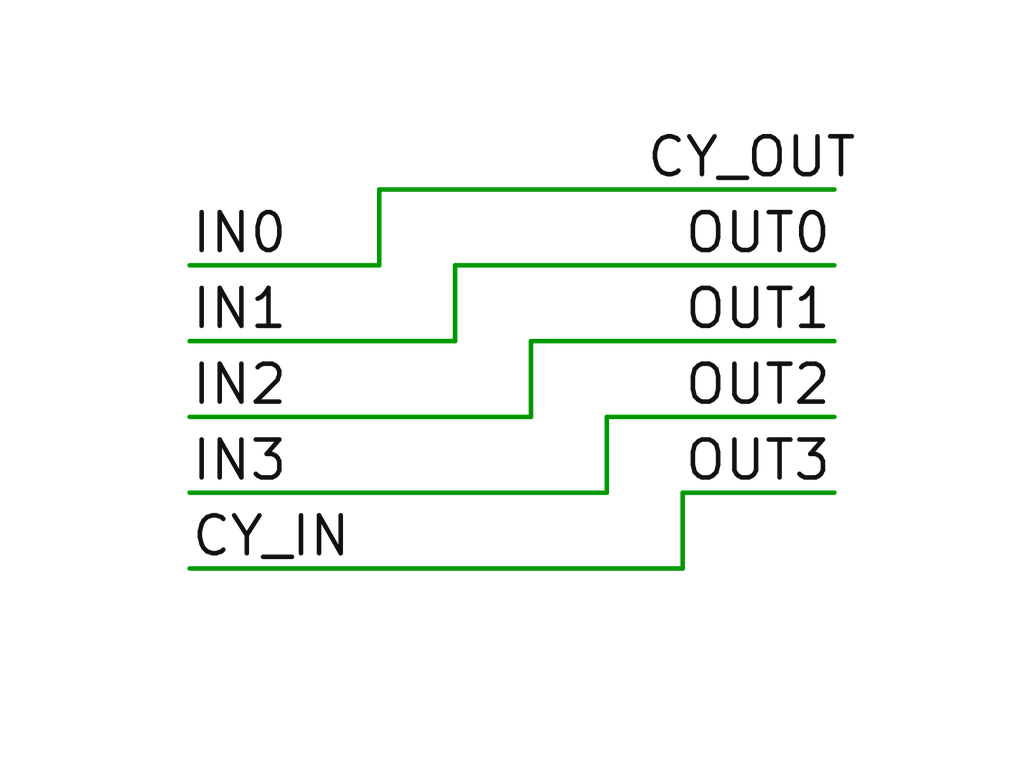
<source format=kicad_sch>
(kicad_sch
	(version 20250114)
	(generator "eeschema")
	(generator_version "9.0")
	(uuid "fe81cf51-578b-43e7-a844-9eeee008682e")
	(paper "User" 34.29 25.4)
	(lib_symbols)
	(wire
		(pts
			(xy 15.24 8.89) (xy 27.94 8.89)
		)
		(stroke
			(width 0)
			(type default)
		)
		(uuid "0b214b42-33bf-4bfd-8b35-aeaf3eaf60b7")
	)
	(wire
		(pts
			(xy 6.35 19.05) (xy 22.86 19.05)
		)
		(stroke
			(width 0)
			(type default)
		)
		(uuid "0c62fc4e-b5ac-4ad5-b63c-c9b85ee3ac25")
	)
	(wire
		(pts
			(xy 20.32 16.51) (xy 20.32 13.97)
		)
		(stroke
			(width 0)
			(type default)
		)
		(uuid "4643726f-64ec-4168-9610-034c8ea3d819")
	)
	(wire
		(pts
			(xy 12.7 6.35) (xy 27.94 6.35)
		)
		(stroke
			(width 0)
			(type default)
		)
		(uuid "6a1543ce-3c99-4c33-b4f9-ac00802979a3")
	)
	(wire
		(pts
			(xy 12.7 8.89) (xy 12.7 6.35)
		)
		(stroke
			(width 0)
			(type default)
		)
		(uuid "6c687694-f4c8-44f6-9c96-acc35b7cc846")
	)
	(wire
		(pts
			(xy 20.32 13.97) (xy 27.94 13.97)
		)
		(stroke
			(width 0)
			(type default)
		)
		(uuid "96e8fd88-db56-446a-854a-7d84c0e06d69")
	)
	(wire
		(pts
			(xy 6.35 8.89) (xy 12.7 8.89)
		)
		(stroke
			(width 0)
			(type default)
		)
		(uuid "adfcbc09-c1e6-40ed-8e07-e24377d8eeba")
	)
	(wire
		(pts
			(xy 22.86 19.05) (xy 22.86 16.51)
		)
		(stroke
			(width 0)
			(type default)
		)
		(uuid "c3cfdc1b-33d3-424c-b50e-3e194b967561")
	)
	(wire
		(pts
			(xy 6.35 11.43) (xy 15.24 11.43)
		)
		(stroke
			(width 0)
			(type default)
		)
		(uuid "c9587d2f-69b6-4a3a-a3eb-008502c48b4b")
	)
	(wire
		(pts
			(xy 17.78 11.43) (xy 27.94 11.43)
		)
		(stroke
			(width 0)
			(type default)
		)
		(uuid "d27a8b23-c56b-4d73-9a2f-0c3fa4067951")
	)
	(wire
		(pts
			(xy 22.86 16.51) (xy 27.94 16.51)
		)
		(stroke
			(width 0)
			(type default)
		)
		(uuid "da3b8675-9a0a-423e-8108-fa18433565cb")
	)
	(wire
		(pts
			(xy 6.35 13.97) (xy 17.78 13.97)
		)
		(stroke
			(width 0)
			(type default)
		)
		(uuid "ddb96c8f-c098-4f1a-aef8-edcadec70680")
	)
	(wire
		(pts
			(xy 17.78 13.97) (xy 17.78 11.43)
		)
		(stroke
			(width 0)
			(type default)
		)
		(uuid "e7c86ba8-78bf-4356-b38d-a8451326eaa7")
	)
	(wire
		(pts
			(xy 15.24 11.43) (xy 15.24 8.89)
		)
		(stroke
			(width 0)
			(type default)
		)
		(uuid "fb268c5b-aae6-4105-a008-27e8760d8c71")
	)
	(wire
		(pts
			(xy 6.35 16.51) (xy 20.32 16.51)
		)
		(stroke
			(width 0)
			(type default)
		)
		(uuid "fdb978f4-8a83-4a67-9be2-ad2062525656")
	)
	(label "IN1"
		(at 6.35 11.43 0)
		(effects
			(font
				(size 1.27 1.27)
			)
			(justify left bottom)
		)
		(uuid "13379011-90db-41e4-a9d3-685b7b8b4e65")
	)
	(label "OUT1"
		(at 22.86 11.43 0)
		(effects
			(font
				(size 1.27 1.27)
			)
			(justify left bottom)
		)
		(uuid "5d15be93-26bc-4147-a864-3311ffed31e4")
	)
	(label "OUT2"
		(at 22.86 13.97 0)
		(effects
			(font
				(size 1.27 1.27)
			)
			(justify left bottom)
		)
		(uuid "6aab1114-492f-4ffb-aae0-08299c6852d8")
	)
	(label "OUT3"
		(at 22.86 16.51 0)
		(effects
			(font
				(size 1.27 1.27)
			)
			(justify left bottom)
		)
		(uuid "6d294c43-6d77-45a6-9d83-3f3341e9b8ad")
	)
	(label "OUT0"
		(at 22.86 8.89 0)
		(effects
			(font
				(size 1.27 1.27)
			)
			(justify left bottom)
		)
		(uuid "6dc2ca7b-e8b5-4507-9e39-9c9c3936e6f5")
	)
	(label "CY_IN"
		(at 6.35 19.05 0)
		(effects
			(font
				(size 1.27 1.27)
			)
			(justify left bottom)
		)
		(uuid "886743e9-229d-40d2-8249-29ec3d7219a0")
	)
	(label "IN2"
		(at 6.35 13.97 0)
		(effects
			(font
				(size 1.27 1.27)
			)
			(justify left bottom)
		)
		(uuid "8faf89c1-4c30-40d4-82ab-665ea74baabe")
	)
	(label "IN3"
		(at 6.35 16.51 0)
		(effects
			(font
				(size 1.27 1.27)
			)
			(justify left bottom)
		)
		(uuid "c5a38905-4d7e-46d8-93f7-9160043035dd")
	)
	(label "CY_OUT"
		(at 21.59 6.35 0)
		(effects
			(font
				(size 1.27 1.27)
			)
			(justify left bottom)
		)
		(uuid "f12181dd-ed3c-48a2-b2af-2e989088d158")
	)
	(label "IN0"
		(at 6.35 8.89 0)
		(effects
			(font
				(size 1.27 1.27)
			)
			(justify left bottom)
		)
		(uuid "f40333ba-31f9-4adb-ac21-2b382623b806")
	)
)

</source>
